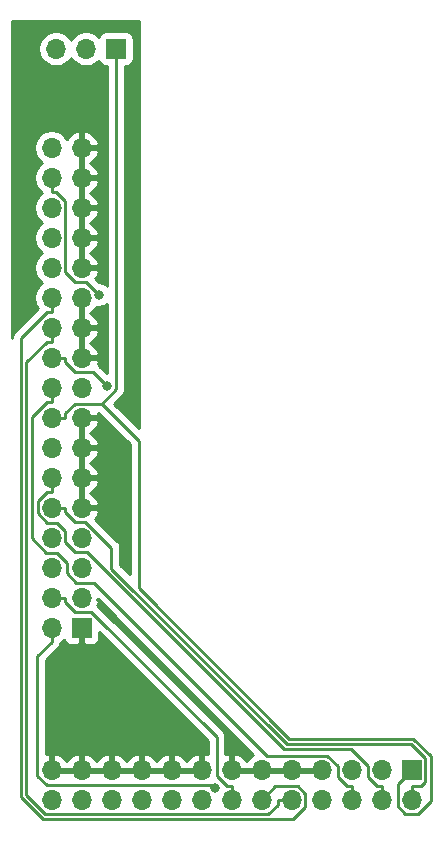
<source format=gbr>
%TF.GenerationSoftware,KiCad,Pcbnew,(5.1.7)-1*%
%TF.CreationDate,2021-07-10T10:13:49+01:00*%
%TF.ProjectId,Apricot-Floppy-Converter,41707269-636f-4742-9d46-6c6f7070792d,rev?*%
%TF.SameCoordinates,Original*%
%TF.FileFunction,Copper,L2,Bot*%
%TF.FilePolarity,Positive*%
%FSLAX46Y46*%
G04 Gerber Fmt 4.6, Leading zero omitted, Abs format (unit mm)*
G04 Created by KiCad (PCBNEW (5.1.7)-1) date 2021-07-10 10:13:49*
%MOMM*%
%LPD*%
G01*
G04 APERTURE LIST*
%TA.AperFunction,ComponentPad*%
%ADD10O,1.700000X1.700000*%
%TD*%
%TA.AperFunction,ComponentPad*%
%ADD11R,1.700000X1.700000*%
%TD*%
%TA.AperFunction,ViaPad*%
%ADD12C,0.800000*%
%TD*%
%TA.AperFunction,Conductor*%
%ADD13C,0.250000*%
%TD*%
%TA.AperFunction,Conductor*%
%ADD14C,0.254000*%
%TD*%
%TA.AperFunction,Conductor*%
%ADD15C,0.100000*%
%TD*%
G04 APERTURE END LIST*
D10*
%TO.P,J3,3*%
%TO.N,Net-(J3-Pad3)*%
X137732000Y-79184500D03*
%TO.P,J3,2*%
%TO.N,Drive-Select-0*%
X140272000Y-79184500D03*
D11*
%TO.P,J3,1*%
%TO.N,Motor-Enable*%
X142812000Y-79184500D03*
%TD*%
D10*
%TO.P,J2,34*%
%TO.N,Ready*%
X137350000Y-87566000D03*
%TO.P,J2,33*%
%TO.N,GND*%
X139890000Y-87566000D03*
%TO.P,J2,32*%
%TO.N,Head-Select*%
X137350000Y-90106000D03*
%TO.P,J2,31*%
%TO.N,GND*%
X139890000Y-90106000D03*
%TO.P,J2,30*%
%TO.N,Read-Data*%
X137350000Y-92646000D03*
%TO.P,J2,29*%
%TO.N,GND*%
X139890000Y-92646000D03*
%TO.P,J2,28*%
%TO.N,Write-Protect*%
X137350000Y-95186000D03*
%TO.P,J2,27*%
%TO.N,GND*%
X139890000Y-95186000D03*
%TO.P,J2,26*%
%TO.N,Track-Zero*%
X137350000Y-97726000D03*
%TO.P,J2,25*%
%TO.N,GND*%
X139890000Y-97726000D03*
%TO.P,J2,24*%
%TO.N,Write-Enable*%
X137350000Y-100266000D03*
%TO.P,J2,23*%
%TO.N,GND*%
X139890000Y-100266000D03*
%TO.P,J2,22*%
%TO.N,Write-Data*%
X137350000Y-102806000D03*
%TO.P,J2,21*%
%TO.N,GND*%
X139890000Y-102806000D03*
%TO.P,J2,20*%
%TO.N,Step*%
X137350000Y-105346000D03*
%TO.P,J2,19*%
%TO.N,GND*%
X139890000Y-105346000D03*
%TO.P,J2,18*%
%TO.N,Direction*%
X137350000Y-107886000D03*
%TO.P,J2,17*%
%TO.N,GND*%
X139890000Y-107886000D03*
%TO.P,J2,16*%
%TO.N,Motor-Enable*%
X137350000Y-110426000D03*
%TO.P,J2,15*%
%TO.N,GND*%
X139890000Y-110426000D03*
%TO.P,J2,14*%
%TO.N,Net-(J2-Pad14)*%
X137350000Y-112966000D03*
%TO.P,J2,13*%
%TO.N,GND*%
X139890000Y-112966000D03*
%TO.P,J2,12*%
%TO.N,Drive-Select-1*%
X137350000Y-115506000D03*
%TO.P,J2,11*%
%TO.N,GND*%
X139890000Y-115506000D03*
%TO.P,J2,10*%
%TO.N,Drive-Select-0*%
X137350000Y-118046000D03*
%TO.P,J2,9*%
%TO.N,GND*%
X139890000Y-118046000D03*
%TO.P,J2,8*%
%TO.N,Index*%
X137350000Y-120586000D03*
%TO.P,J2,7*%
%TO.N,GND*%
X139890000Y-120586000D03*
%TO.P,J2,6*%
%TO.N,Net-(J2-Pad6)*%
X137350000Y-123126000D03*
%TO.P,J2,5*%
%TO.N,GND*%
X139890000Y-123126000D03*
%TO.P,J2,4*%
%TO.N,Head-Load*%
X137350000Y-125666000D03*
%TO.P,J2,3*%
%TO.N,GND*%
X139890000Y-125666000D03*
%TO.P,J2,2*%
%TO.N,Density*%
X137350000Y-128206000D03*
D11*
%TO.P,J2,1*%
%TO.N,GND*%
X139890000Y-128206000D03*
%TD*%
D10*
%TO.P,J1,26*%
%TO.N,Ready*%
X137350000Y-142812000D03*
%TO.P,J1,25*%
%TO.N,GND*%
X137350000Y-140272000D03*
%TO.P,J1,24*%
%TO.N,Read-Data*%
X139890000Y-142812000D03*
%TO.P,J1,23*%
%TO.N,GND*%
X139890000Y-140272000D03*
%TO.P,J1,22*%
%TO.N,Write-Protect*%
X142430000Y-142812000D03*
%TO.P,J1,21*%
%TO.N,GND*%
X142430000Y-140272000D03*
%TO.P,J1,20*%
%TO.N,Track-Zero*%
X144970000Y-142812000D03*
%TO.P,J1,19*%
%TO.N,GND*%
X144970000Y-140272000D03*
%TO.P,J1,18*%
%TO.N,Index*%
X147510000Y-142812000D03*
%TO.P,J1,17*%
%TO.N,GND*%
X147510000Y-140272000D03*
%TO.P,J1,16*%
%TO.N,Head-Select*%
X150050000Y-142812000D03*
%TO.P,J1,15*%
%TO.N,GND*%
X150050000Y-140272000D03*
%TO.P,J1,14*%
%TO.N,Head-Load*%
X152590000Y-142812000D03*
%TO.P,J1,13*%
%TO.N,GND*%
X152590000Y-140272000D03*
%TO.P,J1,12*%
%TO.N,Write-Enable*%
X155130000Y-142812000D03*
%TO.P,J1,11*%
%TO.N,GND*%
X155130000Y-140272000D03*
%TO.P,J1,10*%
%TO.N,Write-Data*%
X157670000Y-142812000D03*
%TO.P,J1,9*%
%TO.N,GND*%
X157670000Y-140272000D03*
%TO.P,J1,8*%
%TO.N,Step*%
X160210000Y-142812000D03*
%TO.P,J1,7*%
%TO.N,GND*%
X160210000Y-140272000D03*
%TO.P,J1,6*%
%TO.N,Direction*%
X162750000Y-142812000D03*
%TO.P,J1,5*%
%TO.N,Net-(J1-Pad5)*%
X162750000Y-140272000D03*
%TO.P,J1,4*%
%TO.N,Drive-Select-1*%
X165290000Y-142812000D03*
%TO.P,J1,3*%
%TO.N,Density*%
X165290000Y-140272000D03*
%TO.P,J1,2*%
%TO.N,Drive-Select-0*%
X167830000Y-142812000D03*
D11*
%TO.P,J1,1*%
%TO.N,Motor-Enable*%
X167830000Y-140272000D03*
%TD*%
D12*
%TO.N,GND*%
X142494000Y-137922000D03*
X147383500Y-137160000D03*
X152781000Y-138049000D03*
X139128500Y-137033000D03*
X143383000Y-113030000D03*
X144399000Y-103251000D03*
X135699500Y-91503500D03*
X134874000Y-77914500D03*
X144145000Y-82931000D03*
%TO.N,Head-Select*%
X141348200Y-100012200D03*
%TO.N,Step*%
X142037400Y-107711300D03*
%TO.N,Density*%
X151225400Y-141814200D03*
%TD*%
D13*
%TO.N,GND*%
X139890000Y-140272000D02*
X138525300Y-140272000D01*
X139890000Y-140272000D02*
X139890000Y-128206000D01*
X137350000Y-140272000D02*
X138525300Y-140272000D01*
X139890000Y-118046000D02*
X139890000Y-115506000D01*
X142430000Y-140272000D02*
X139890000Y-140272000D01*
X144970000Y-140272000D02*
X142430000Y-140272000D01*
X147510000Y-140272000D02*
X144970000Y-140272000D01*
X150050000Y-140272000D02*
X147510000Y-140272000D01*
X155130000Y-140272000D02*
X152590000Y-140272000D01*
%TO.N,Head-Select*%
X137350000Y-91281300D02*
X137717400Y-91281300D01*
X137717400Y-91281300D02*
X138525300Y-92089200D01*
X138525300Y-92089200D02*
X138525300Y-98099200D01*
X138525300Y-98099200D02*
X139327500Y-98901400D01*
X139327500Y-98901400D02*
X140237400Y-98901400D01*
X140237400Y-98901400D02*
X141348200Y-100012200D01*
X137350000Y-90106000D02*
X137350000Y-91281300D01*
%TO.N,Head-Load*%
X137350000Y-125666000D02*
X138525300Y-125666000D01*
X152590000Y-142812000D02*
X152590000Y-141636700D01*
X152590000Y-141636700D02*
X152229400Y-141636700D01*
X152229400Y-141636700D02*
X151320000Y-140727300D01*
X151320000Y-140727300D02*
X151320000Y-137457900D01*
X151320000Y-137457900D02*
X140703400Y-126841300D01*
X140703400Y-126841300D02*
X139333200Y-126841300D01*
X139333200Y-126841300D02*
X138525300Y-126033400D01*
X138525300Y-126033400D02*
X138525300Y-125666000D01*
%TO.N,Write-Enable*%
X137350000Y-100266000D02*
X137350000Y-101441300D01*
X155130000Y-142812000D02*
X156305400Y-141636600D01*
X156305400Y-141636600D02*
X158195600Y-141636600D01*
X158195600Y-141636600D02*
X158850200Y-142291200D01*
X158850200Y-142291200D02*
X158850200Y-143358500D01*
X158850200Y-143358500D02*
X157764100Y-144444600D01*
X157764100Y-144444600D02*
X136645100Y-144444600D01*
X136645100Y-144444600D02*
X134773500Y-142573000D01*
X134773500Y-142573000D02*
X134773500Y-103650500D01*
X134773500Y-103650500D02*
X136982700Y-101441300D01*
X136982700Y-101441300D02*
X137350000Y-101441300D01*
%TO.N,Write-Data*%
X137350000Y-102806000D02*
X137350000Y-103981300D01*
X157670000Y-142812000D02*
X156494700Y-142812000D01*
X156494700Y-142812000D02*
X156494700Y-143179300D01*
X156494700Y-143179300D02*
X155679800Y-143994200D01*
X155679800Y-143994200D02*
X136831600Y-143994200D01*
X136831600Y-143994200D02*
X135226700Y-142389300D01*
X135226700Y-142389300D02*
X135226700Y-105737300D01*
X135226700Y-105737300D02*
X136982700Y-103981300D01*
X136982700Y-103981300D02*
X137350000Y-103981300D01*
%TO.N,Step*%
X137350000Y-105346000D02*
X138525300Y-105346000D01*
X142037400Y-107711300D02*
X140847400Y-106521300D01*
X140847400Y-106521300D02*
X139333200Y-106521300D01*
X139333200Y-106521300D02*
X138525300Y-105713400D01*
X138525300Y-105713400D02*
X138525300Y-105346000D01*
%TO.N,Direction*%
X137350000Y-107886000D02*
X137350000Y-109061300D01*
X162750000Y-142812000D02*
X162750000Y-141636700D01*
X162750000Y-141636700D02*
X162382600Y-141636700D01*
X162382600Y-141636700D02*
X161574700Y-140828800D01*
X161574700Y-140828800D02*
X161574700Y-139955400D01*
X161574700Y-139955400D02*
X160700100Y-139080800D01*
X160700100Y-139080800D02*
X155613200Y-139080800D01*
X155613200Y-139080800D02*
X140928400Y-124396000D01*
X140928400Y-124396000D02*
X139461100Y-124396000D01*
X139461100Y-124396000D02*
X138620000Y-123554900D01*
X138620000Y-123554900D02*
X138620000Y-122713600D01*
X138620000Y-122713600D02*
X137799300Y-121892900D01*
X137799300Y-121892900D02*
X136925200Y-121892900D01*
X136925200Y-121892900D02*
X135684600Y-120652300D01*
X135684600Y-120652300D02*
X135684600Y-110359400D01*
X135684600Y-110359400D02*
X136982700Y-109061300D01*
X136982700Y-109061300D02*
X137350000Y-109061300D01*
%TO.N,Drive-Select-1*%
X137350000Y-116681300D02*
X136982600Y-116681300D01*
X136982600Y-116681300D02*
X136174700Y-117489200D01*
X136174700Y-117489200D02*
X136174700Y-118535000D01*
X136174700Y-118535000D02*
X136957700Y-119318000D01*
X136957700Y-119318000D02*
X137839500Y-119318000D01*
X137839500Y-119318000D02*
X138525300Y-120003800D01*
X138525300Y-120003800D02*
X138525300Y-120960400D01*
X138525300Y-120960400D02*
X139326300Y-121761400D01*
X139326300Y-121761400D02*
X140320000Y-121761400D01*
X140320000Y-121761400D02*
X157067300Y-138508700D01*
X157067300Y-138508700D02*
X162668000Y-138508700D01*
X162668000Y-138508700D02*
X164114700Y-139955400D01*
X164114700Y-139955400D02*
X164114700Y-140828800D01*
X164114700Y-140828800D02*
X164922600Y-141636700D01*
X164922600Y-141636700D02*
X165290000Y-141636700D01*
X165290000Y-142812000D02*
X165290000Y-141636700D01*
X137350000Y-115506000D02*
X137350000Y-116681300D01*
%TO.N,Density*%
X137350000Y-128206000D02*
X137350000Y-129381300D01*
X137350000Y-129381300D02*
X136130100Y-130601200D01*
X136130100Y-130601200D02*
X136130100Y-140722200D01*
X136130100Y-140722200D02*
X136949900Y-141542000D01*
X136949900Y-141542000D02*
X150953200Y-141542000D01*
X150953200Y-141542000D02*
X151225400Y-141814200D01*
%TO.N,Drive-Select-0*%
X138525300Y-118046000D02*
X138525300Y-118413400D01*
X138525300Y-118413400D02*
X139333200Y-119221300D01*
X139333200Y-119221300D02*
X140191900Y-119221300D01*
X140191900Y-119221300D02*
X142416900Y-121446300D01*
X142416900Y-121446300D02*
X142416900Y-123221400D01*
X142416900Y-123221400D02*
X157253800Y-138058300D01*
X157253800Y-138058300D02*
X167808300Y-138058300D01*
X167808300Y-138058300D02*
X169005400Y-139255400D01*
X169005400Y-139255400D02*
X169005400Y-141269300D01*
X169005400Y-141269300D02*
X168638000Y-141636700D01*
X168638000Y-141636700D02*
X167830000Y-141636700D01*
X137350000Y-118046000D02*
X138525300Y-118046000D01*
X167830000Y-142812000D02*
X167830000Y-141636700D01*
%TO.N,Motor-Enable*%
X141589000Y-109234400D02*
X142812000Y-108011400D01*
X142812000Y-108011400D02*
X142812000Y-80359800D01*
X138525300Y-110426000D02*
X138525300Y-110058700D01*
X138525300Y-110058700D02*
X139349600Y-109234400D01*
X139349600Y-109234400D02*
X141589000Y-109234400D01*
X167830000Y-140272000D02*
X166652000Y-141450000D01*
X166652000Y-141450000D02*
X166652000Y-143343700D01*
X166652000Y-143343700D02*
X167296700Y-143988400D01*
X167296700Y-143988400D02*
X168402900Y-143988400D01*
X168402900Y-143988400D02*
X169487500Y-142903800D01*
X169487500Y-142903800D02*
X169487500Y-139100600D01*
X169487500Y-139100600D02*
X167994800Y-137607900D01*
X167994800Y-137607900D02*
X157440300Y-137607900D01*
X157440300Y-137607900D02*
X144718800Y-124886400D01*
X144718800Y-124886400D02*
X144718800Y-112364200D01*
X144718800Y-112364200D02*
X141589000Y-109234400D01*
X137350000Y-110426000D02*
X138525300Y-110426000D01*
X142812000Y-79184500D02*
X142812000Y-80359800D01*
%TD*%
D14*
%TO.N,GND*%
X140017000Y-128079000D02*
X140037000Y-128079000D01*
X140037000Y-128333000D01*
X140017000Y-128333000D01*
X140017000Y-129532250D01*
X140175750Y-129691000D01*
X140740000Y-129694072D01*
X140864482Y-129681812D01*
X140984180Y-129645502D01*
X141094494Y-129586537D01*
X141191185Y-129507185D01*
X141270537Y-129410494D01*
X141329502Y-129300180D01*
X141365812Y-129180482D01*
X141378072Y-129056000D01*
X141375525Y-128588226D01*
X150560001Y-137772703D01*
X150560001Y-138877986D01*
X150554099Y-138875175D01*
X150406890Y-138830524D01*
X150177000Y-138951845D01*
X150177000Y-140145000D01*
X150197000Y-140145000D01*
X150197000Y-140399000D01*
X150177000Y-140399000D01*
X150177000Y-140419000D01*
X149923000Y-140419000D01*
X149923000Y-140399000D01*
X147637000Y-140399000D01*
X147637000Y-140419000D01*
X147383000Y-140419000D01*
X147383000Y-140399000D01*
X145097000Y-140399000D01*
X145097000Y-140419000D01*
X144843000Y-140419000D01*
X144843000Y-140399000D01*
X142557000Y-140399000D01*
X142557000Y-140419000D01*
X142303000Y-140419000D01*
X142303000Y-140399000D01*
X140017000Y-140399000D01*
X140017000Y-140419000D01*
X139763000Y-140419000D01*
X139763000Y-140399000D01*
X137477000Y-140399000D01*
X137477000Y-140419000D01*
X137223000Y-140419000D01*
X137223000Y-140399000D01*
X137203000Y-140399000D01*
X137203000Y-140145000D01*
X137223000Y-140145000D01*
X137223000Y-138951845D01*
X137477000Y-138951845D01*
X137477000Y-140145000D01*
X139763000Y-140145000D01*
X139763000Y-138951845D01*
X140017000Y-138951845D01*
X140017000Y-140145000D01*
X142303000Y-140145000D01*
X142303000Y-138951845D01*
X142557000Y-138951845D01*
X142557000Y-140145000D01*
X144843000Y-140145000D01*
X144843000Y-138951845D01*
X145097000Y-138951845D01*
X145097000Y-140145000D01*
X147383000Y-140145000D01*
X147383000Y-138951845D01*
X147637000Y-138951845D01*
X147637000Y-140145000D01*
X149923000Y-140145000D01*
X149923000Y-138951845D01*
X149693110Y-138830524D01*
X149545901Y-138875175D01*
X149283080Y-139000359D01*
X149049731Y-139174412D01*
X148854822Y-139390645D01*
X148780000Y-139516255D01*
X148705178Y-139390645D01*
X148510269Y-139174412D01*
X148276920Y-139000359D01*
X148014099Y-138875175D01*
X147866890Y-138830524D01*
X147637000Y-138951845D01*
X147383000Y-138951845D01*
X147153110Y-138830524D01*
X147005901Y-138875175D01*
X146743080Y-139000359D01*
X146509731Y-139174412D01*
X146314822Y-139390645D01*
X146240000Y-139516255D01*
X146165178Y-139390645D01*
X145970269Y-139174412D01*
X145736920Y-139000359D01*
X145474099Y-138875175D01*
X145326890Y-138830524D01*
X145097000Y-138951845D01*
X144843000Y-138951845D01*
X144613110Y-138830524D01*
X144465901Y-138875175D01*
X144203080Y-139000359D01*
X143969731Y-139174412D01*
X143774822Y-139390645D01*
X143700000Y-139516255D01*
X143625178Y-139390645D01*
X143430269Y-139174412D01*
X143196920Y-139000359D01*
X142934099Y-138875175D01*
X142786890Y-138830524D01*
X142557000Y-138951845D01*
X142303000Y-138951845D01*
X142073110Y-138830524D01*
X141925901Y-138875175D01*
X141663080Y-139000359D01*
X141429731Y-139174412D01*
X141234822Y-139390645D01*
X141160000Y-139516255D01*
X141085178Y-139390645D01*
X140890269Y-139174412D01*
X140656920Y-139000359D01*
X140394099Y-138875175D01*
X140246890Y-138830524D01*
X140017000Y-138951845D01*
X139763000Y-138951845D01*
X139533110Y-138830524D01*
X139385901Y-138875175D01*
X139123080Y-139000359D01*
X138889731Y-139174412D01*
X138694822Y-139390645D01*
X138620000Y-139516255D01*
X138545178Y-139390645D01*
X138350269Y-139174412D01*
X138116920Y-139000359D01*
X137854099Y-138875175D01*
X137706890Y-138830524D01*
X137477000Y-138951845D01*
X137223000Y-138951845D01*
X136993110Y-138830524D01*
X136890100Y-138861769D01*
X136890100Y-130916001D01*
X137861003Y-129945099D01*
X137890001Y-129921301D01*
X137916332Y-129889217D01*
X137984974Y-129805577D01*
X138055546Y-129673547D01*
X138067563Y-129633932D01*
X138099003Y-129530286D01*
X138103089Y-129488796D01*
X138296632Y-129359475D01*
X138428487Y-129227620D01*
X138450498Y-129300180D01*
X138509463Y-129410494D01*
X138588815Y-129507185D01*
X138685506Y-129586537D01*
X138795820Y-129645502D01*
X138915518Y-129681812D01*
X139040000Y-129694072D01*
X139604250Y-129691000D01*
X139763000Y-129532250D01*
X139763000Y-128333000D01*
X139743000Y-128333000D01*
X139743000Y-128079000D01*
X139763000Y-128079000D01*
X139763000Y-128059000D01*
X140017000Y-128059000D01*
X140017000Y-128079000D01*
%TA.AperFunction,Conductor*%
D15*
G36*
X140017000Y-128079000D02*
G01*
X140037000Y-128079000D01*
X140037000Y-128333000D01*
X140017000Y-128333000D01*
X140017000Y-129532250D01*
X140175750Y-129691000D01*
X140740000Y-129694072D01*
X140864482Y-129681812D01*
X140984180Y-129645502D01*
X141094494Y-129586537D01*
X141191185Y-129507185D01*
X141270537Y-129410494D01*
X141329502Y-129300180D01*
X141365812Y-129180482D01*
X141378072Y-129056000D01*
X141375525Y-128588226D01*
X150560001Y-137772703D01*
X150560001Y-138877986D01*
X150554099Y-138875175D01*
X150406890Y-138830524D01*
X150177000Y-138951845D01*
X150177000Y-140145000D01*
X150197000Y-140145000D01*
X150197000Y-140399000D01*
X150177000Y-140399000D01*
X150177000Y-140419000D01*
X149923000Y-140419000D01*
X149923000Y-140399000D01*
X147637000Y-140399000D01*
X147637000Y-140419000D01*
X147383000Y-140419000D01*
X147383000Y-140399000D01*
X145097000Y-140399000D01*
X145097000Y-140419000D01*
X144843000Y-140419000D01*
X144843000Y-140399000D01*
X142557000Y-140399000D01*
X142557000Y-140419000D01*
X142303000Y-140419000D01*
X142303000Y-140399000D01*
X140017000Y-140399000D01*
X140017000Y-140419000D01*
X139763000Y-140419000D01*
X139763000Y-140399000D01*
X137477000Y-140399000D01*
X137477000Y-140419000D01*
X137223000Y-140419000D01*
X137223000Y-140399000D01*
X137203000Y-140399000D01*
X137203000Y-140145000D01*
X137223000Y-140145000D01*
X137223000Y-138951845D01*
X137477000Y-138951845D01*
X137477000Y-140145000D01*
X139763000Y-140145000D01*
X139763000Y-138951845D01*
X140017000Y-138951845D01*
X140017000Y-140145000D01*
X142303000Y-140145000D01*
X142303000Y-138951845D01*
X142557000Y-138951845D01*
X142557000Y-140145000D01*
X144843000Y-140145000D01*
X144843000Y-138951845D01*
X145097000Y-138951845D01*
X145097000Y-140145000D01*
X147383000Y-140145000D01*
X147383000Y-138951845D01*
X147637000Y-138951845D01*
X147637000Y-140145000D01*
X149923000Y-140145000D01*
X149923000Y-138951845D01*
X149693110Y-138830524D01*
X149545901Y-138875175D01*
X149283080Y-139000359D01*
X149049731Y-139174412D01*
X148854822Y-139390645D01*
X148780000Y-139516255D01*
X148705178Y-139390645D01*
X148510269Y-139174412D01*
X148276920Y-139000359D01*
X148014099Y-138875175D01*
X147866890Y-138830524D01*
X147637000Y-138951845D01*
X147383000Y-138951845D01*
X147153110Y-138830524D01*
X147005901Y-138875175D01*
X146743080Y-139000359D01*
X146509731Y-139174412D01*
X146314822Y-139390645D01*
X146240000Y-139516255D01*
X146165178Y-139390645D01*
X145970269Y-139174412D01*
X145736920Y-139000359D01*
X145474099Y-138875175D01*
X145326890Y-138830524D01*
X145097000Y-138951845D01*
X144843000Y-138951845D01*
X144613110Y-138830524D01*
X144465901Y-138875175D01*
X144203080Y-139000359D01*
X143969731Y-139174412D01*
X143774822Y-139390645D01*
X143700000Y-139516255D01*
X143625178Y-139390645D01*
X143430269Y-139174412D01*
X143196920Y-139000359D01*
X142934099Y-138875175D01*
X142786890Y-138830524D01*
X142557000Y-138951845D01*
X142303000Y-138951845D01*
X142073110Y-138830524D01*
X141925901Y-138875175D01*
X141663080Y-139000359D01*
X141429731Y-139174412D01*
X141234822Y-139390645D01*
X141160000Y-139516255D01*
X141085178Y-139390645D01*
X140890269Y-139174412D01*
X140656920Y-139000359D01*
X140394099Y-138875175D01*
X140246890Y-138830524D01*
X140017000Y-138951845D01*
X139763000Y-138951845D01*
X139533110Y-138830524D01*
X139385901Y-138875175D01*
X139123080Y-139000359D01*
X138889731Y-139174412D01*
X138694822Y-139390645D01*
X138620000Y-139516255D01*
X138545178Y-139390645D01*
X138350269Y-139174412D01*
X138116920Y-139000359D01*
X137854099Y-138875175D01*
X137706890Y-138830524D01*
X137477000Y-138951845D01*
X137223000Y-138951845D01*
X136993110Y-138830524D01*
X136890100Y-138861769D01*
X136890100Y-130916001D01*
X137861003Y-129945099D01*
X137890001Y-129921301D01*
X137916332Y-129889217D01*
X137984974Y-129805577D01*
X138055546Y-129673547D01*
X138067563Y-129633932D01*
X138099003Y-129530286D01*
X138103089Y-129488796D01*
X138296632Y-129359475D01*
X138428487Y-129227620D01*
X138450498Y-129300180D01*
X138509463Y-129410494D01*
X138588815Y-129507185D01*
X138685506Y-129586537D01*
X138795820Y-129645502D01*
X138915518Y-129681812D01*
X139040000Y-129694072D01*
X139604250Y-129691000D01*
X139763000Y-129532250D01*
X139763000Y-128333000D01*
X139743000Y-128333000D01*
X139743000Y-128079000D01*
X139763000Y-128079000D01*
X139763000Y-128059000D01*
X140017000Y-128059000D01*
X140017000Y-128079000D01*
G37*
%TD.AperFunction*%
D14*
X154427346Y-138969748D02*
X154363080Y-139000359D01*
X154129731Y-139174412D01*
X153934822Y-139390645D01*
X153860000Y-139516255D01*
X153785178Y-139390645D01*
X153590269Y-139174412D01*
X153356920Y-139000359D01*
X153094099Y-138875175D01*
X152946890Y-138830524D01*
X152717000Y-138951845D01*
X152717000Y-140145000D01*
X155003000Y-140145000D01*
X155003000Y-140125000D01*
X155257000Y-140125000D01*
X155257000Y-140145000D01*
X157543000Y-140145000D01*
X157543000Y-140125000D01*
X157797000Y-140125000D01*
X157797000Y-140145000D01*
X160083000Y-140145000D01*
X160083000Y-140125000D01*
X160337000Y-140125000D01*
X160337000Y-140145000D01*
X160357000Y-140145000D01*
X160357000Y-140399000D01*
X160337000Y-140399000D01*
X160337000Y-140419000D01*
X160083000Y-140419000D01*
X160083000Y-140399000D01*
X157797000Y-140399000D01*
X157797000Y-140419000D01*
X157543000Y-140419000D01*
X157543000Y-140399000D01*
X155257000Y-140399000D01*
X155257000Y-140419000D01*
X155003000Y-140419000D01*
X155003000Y-140399000D01*
X152717000Y-140399000D01*
X152717000Y-140419000D01*
X152463000Y-140419000D01*
X152463000Y-140399000D01*
X152443000Y-140399000D01*
X152443000Y-140145000D01*
X152463000Y-140145000D01*
X152463000Y-138951845D01*
X152233110Y-138830524D01*
X152085901Y-138875175D01*
X152080000Y-138877986D01*
X152080000Y-137495225D01*
X152083676Y-137457900D01*
X152080000Y-137420575D01*
X152080000Y-137420567D01*
X152069003Y-137308914D01*
X152025546Y-137165653D01*
X151954974Y-137033624D01*
X151860001Y-136917899D01*
X151831003Y-136894101D01*
X141267204Y-126330303D01*
X141243401Y-126301299D01*
X141229692Y-126290048D01*
X141286825Y-126170099D01*
X141331476Y-126022890D01*
X141210156Y-125793002D01*
X141250601Y-125793002D01*
X154427346Y-138969748D01*
%TA.AperFunction,Conductor*%
D15*
G36*
X154427346Y-138969748D02*
G01*
X154363080Y-139000359D01*
X154129731Y-139174412D01*
X153934822Y-139390645D01*
X153860000Y-139516255D01*
X153785178Y-139390645D01*
X153590269Y-139174412D01*
X153356920Y-139000359D01*
X153094099Y-138875175D01*
X152946890Y-138830524D01*
X152717000Y-138951845D01*
X152717000Y-140145000D01*
X155003000Y-140145000D01*
X155003000Y-140125000D01*
X155257000Y-140125000D01*
X155257000Y-140145000D01*
X157543000Y-140145000D01*
X157543000Y-140125000D01*
X157797000Y-140125000D01*
X157797000Y-140145000D01*
X160083000Y-140145000D01*
X160083000Y-140125000D01*
X160337000Y-140125000D01*
X160337000Y-140145000D01*
X160357000Y-140145000D01*
X160357000Y-140399000D01*
X160337000Y-140399000D01*
X160337000Y-140419000D01*
X160083000Y-140419000D01*
X160083000Y-140399000D01*
X157797000Y-140399000D01*
X157797000Y-140419000D01*
X157543000Y-140419000D01*
X157543000Y-140399000D01*
X155257000Y-140399000D01*
X155257000Y-140419000D01*
X155003000Y-140419000D01*
X155003000Y-140399000D01*
X152717000Y-140399000D01*
X152717000Y-140419000D01*
X152463000Y-140419000D01*
X152463000Y-140399000D01*
X152443000Y-140399000D01*
X152443000Y-140145000D01*
X152463000Y-140145000D01*
X152463000Y-138951845D01*
X152233110Y-138830524D01*
X152085901Y-138875175D01*
X152080000Y-138877986D01*
X152080000Y-137495225D01*
X152083676Y-137457900D01*
X152080000Y-137420575D01*
X152080000Y-137420567D01*
X152069003Y-137308914D01*
X152025546Y-137165653D01*
X151954974Y-137033624D01*
X151860001Y-136917899D01*
X151831003Y-136894101D01*
X141267204Y-126330303D01*
X141243401Y-126301299D01*
X141229692Y-126290048D01*
X141286825Y-126170099D01*
X141331476Y-126022890D01*
X141210156Y-125793002D01*
X141250601Y-125793002D01*
X154427346Y-138969748D01*
G37*
%TD.AperFunction*%
D14*
X140017000Y-125539000D02*
X140037000Y-125539000D01*
X140037000Y-125793000D01*
X140017000Y-125793000D01*
X140017000Y-125813000D01*
X139763000Y-125813000D01*
X139763000Y-125793000D01*
X139743000Y-125793000D01*
X139743000Y-125539000D01*
X139763000Y-125539000D01*
X139763000Y-125519000D01*
X140017000Y-125519000D01*
X140017000Y-125539000D01*
%TA.AperFunction,Conductor*%
D15*
G36*
X140017000Y-125539000D02*
G01*
X140037000Y-125539000D01*
X140037000Y-125793000D01*
X140017000Y-125793000D01*
X140017000Y-125813000D01*
X139763000Y-125813000D01*
X139763000Y-125793000D01*
X139743000Y-125793000D01*
X139743000Y-125539000D01*
X139763000Y-125539000D01*
X139763000Y-125519000D01*
X140017000Y-125519000D01*
X140017000Y-125539000D01*
G37*
%TD.AperFunction*%
D14*
X143958801Y-112679003D02*
X143958800Y-123688499D01*
X143176900Y-122906599D01*
X143176900Y-121483622D01*
X143180576Y-121446299D01*
X143176900Y-121408976D01*
X143176900Y-121408967D01*
X143165903Y-121297314D01*
X143122446Y-121154053D01*
X143051874Y-121022024D01*
X142956901Y-120906299D01*
X142927904Y-120882502D01*
X141032055Y-118986654D01*
X141161641Y-118812920D01*
X141286825Y-118550099D01*
X141331476Y-118402890D01*
X141210155Y-118173000D01*
X140017000Y-118173000D01*
X140017000Y-118193000D01*
X139763000Y-118193000D01*
X139763000Y-118173000D01*
X139743000Y-118173000D01*
X139743000Y-117919000D01*
X139763000Y-117919000D01*
X139763000Y-115633000D01*
X140017000Y-115633000D01*
X140017000Y-117919000D01*
X141210155Y-117919000D01*
X141331476Y-117689110D01*
X141286825Y-117541901D01*
X141161641Y-117279080D01*
X140987588Y-117045731D01*
X140771355Y-116850822D01*
X140645745Y-116776000D01*
X140771355Y-116701178D01*
X140987588Y-116506269D01*
X141161641Y-116272920D01*
X141286825Y-116010099D01*
X141331476Y-115862890D01*
X141210155Y-115633000D01*
X140017000Y-115633000D01*
X139763000Y-115633000D01*
X139743000Y-115633000D01*
X139743000Y-115379000D01*
X139763000Y-115379000D01*
X139763000Y-113093000D01*
X140017000Y-113093000D01*
X140017000Y-115379000D01*
X141210155Y-115379000D01*
X141331476Y-115149110D01*
X141286825Y-115001901D01*
X141161641Y-114739080D01*
X140987588Y-114505731D01*
X140771355Y-114310822D01*
X140645745Y-114236000D01*
X140771355Y-114161178D01*
X140987588Y-113966269D01*
X141161641Y-113732920D01*
X141286825Y-113470099D01*
X141331476Y-113322890D01*
X141210155Y-113093000D01*
X140017000Y-113093000D01*
X139763000Y-113093000D01*
X139743000Y-113093000D01*
X139743000Y-112839000D01*
X139763000Y-112839000D01*
X139763000Y-110553000D01*
X140017000Y-110553000D01*
X140017000Y-112839000D01*
X141210155Y-112839000D01*
X141331476Y-112609110D01*
X141286825Y-112461901D01*
X141161641Y-112199080D01*
X140987588Y-111965731D01*
X140771355Y-111770822D01*
X140645745Y-111696000D01*
X140771355Y-111621178D01*
X140987588Y-111426269D01*
X141161641Y-111192920D01*
X141286825Y-110930099D01*
X141331476Y-110782890D01*
X141210155Y-110553000D01*
X140017000Y-110553000D01*
X139763000Y-110553000D01*
X139743000Y-110553000D01*
X139743000Y-110299000D01*
X139763000Y-110299000D01*
X139763000Y-110279000D01*
X140017000Y-110279000D01*
X140017000Y-110299000D01*
X141210155Y-110299000D01*
X141331476Y-110069110D01*
X141323886Y-110044087D01*
X143958801Y-112679003D01*
%TA.AperFunction,Conductor*%
D15*
G36*
X143958801Y-112679003D02*
G01*
X143958800Y-123688499D01*
X143176900Y-122906599D01*
X143176900Y-121483622D01*
X143180576Y-121446299D01*
X143176900Y-121408976D01*
X143176900Y-121408967D01*
X143165903Y-121297314D01*
X143122446Y-121154053D01*
X143051874Y-121022024D01*
X142956901Y-120906299D01*
X142927904Y-120882502D01*
X141032055Y-118986654D01*
X141161641Y-118812920D01*
X141286825Y-118550099D01*
X141331476Y-118402890D01*
X141210155Y-118173000D01*
X140017000Y-118173000D01*
X140017000Y-118193000D01*
X139763000Y-118193000D01*
X139763000Y-118173000D01*
X139743000Y-118173000D01*
X139743000Y-117919000D01*
X139763000Y-117919000D01*
X139763000Y-115633000D01*
X140017000Y-115633000D01*
X140017000Y-117919000D01*
X141210155Y-117919000D01*
X141331476Y-117689110D01*
X141286825Y-117541901D01*
X141161641Y-117279080D01*
X140987588Y-117045731D01*
X140771355Y-116850822D01*
X140645745Y-116776000D01*
X140771355Y-116701178D01*
X140987588Y-116506269D01*
X141161641Y-116272920D01*
X141286825Y-116010099D01*
X141331476Y-115862890D01*
X141210155Y-115633000D01*
X140017000Y-115633000D01*
X139763000Y-115633000D01*
X139743000Y-115633000D01*
X139743000Y-115379000D01*
X139763000Y-115379000D01*
X139763000Y-113093000D01*
X140017000Y-113093000D01*
X140017000Y-115379000D01*
X141210155Y-115379000D01*
X141331476Y-115149110D01*
X141286825Y-115001901D01*
X141161641Y-114739080D01*
X140987588Y-114505731D01*
X140771355Y-114310822D01*
X140645745Y-114236000D01*
X140771355Y-114161178D01*
X140987588Y-113966269D01*
X141161641Y-113732920D01*
X141286825Y-113470099D01*
X141331476Y-113322890D01*
X141210155Y-113093000D01*
X140017000Y-113093000D01*
X139763000Y-113093000D01*
X139743000Y-113093000D01*
X139743000Y-112839000D01*
X139763000Y-112839000D01*
X139763000Y-110553000D01*
X140017000Y-110553000D01*
X140017000Y-112839000D01*
X141210155Y-112839000D01*
X141331476Y-112609110D01*
X141286825Y-112461901D01*
X141161641Y-112199080D01*
X140987588Y-111965731D01*
X140771355Y-111770822D01*
X140645745Y-111696000D01*
X140771355Y-111621178D01*
X140987588Y-111426269D01*
X141161641Y-111192920D01*
X141286825Y-110930099D01*
X141331476Y-110782890D01*
X141210155Y-110553000D01*
X140017000Y-110553000D01*
X139763000Y-110553000D01*
X139743000Y-110553000D01*
X139743000Y-110299000D01*
X139763000Y-110299000D01*
X139763000Y-110279000D01*
X140017000Y-110279000D01*
X140017000Y-110299000D01*
X141210155Y-110299000D01*
X141331476Y-110069110D01*
X141323886Y-110044087D01*
X143958801Y-112679003D01*
G37*
%TD.AperFunction*%
D14*
X140017000Y-122999000D02*
X140037000Y-122999000D01*
X140037000Y-123253000D01*
X140017000Y-123253000D01*
X140017000Y-123273000D01*
X139763000Y-123273000D01*
X139763000Y-123253000D01*
X139743000Y-123253000D01*
X139743000Y-122999000D01*
X139763000Y-122999000D01*
X139763000Y-122979000D01*
X140017000Y-122979000D01*
X140017000Y-122999000D01*
%TA.AperFunction,Conductor*%
D15*
G36*
X140017000Y-122999000D02*
G01*
X140037000Y-122999000D01*
X140037000Y-123253000D01*
X140017000Y-123253000D01*
X140017000Y-123273000D01*
X139763000Y-123273000D01*
X139763000Y-123253000D01*
X139743000Y-123253000D01*
X139743000Y-122999000D01*
X139763000Y-122999000D01*
X139763000Y-122979000D01*
X140017000Y-122979000D01*
X140017000Y-122999000D01*
G37*
%TD.AperFunction*%
D14*
X140017000Y-120459000D02*
X140037000Y-120459000D01*
X140037000Y-120713000D01*
X140017000Y-120713000D01*
X140017000Y-120733000D01*
X139763000Y-120733000D01*
X139763000Y-120713000D01*
X139743000Y-120713000D01*
X139743000Y-120459000D01*
X139763000Y-120459000D01*
X139763000Y-120439000D01*
X140017000Y-120439000D01*
X140017000Y-120459000D01*
%TA.AperFunction,Conductor*%
D15*
G36*
X140017000Y-120459000D02*
G01*
X140037000Y-120459000D01*
X140037000Y-120713000D01*
X140017000Y-120713000D01*
X140017000Y-120733000D01*
X139763000Y-120733000D01*
X139763000Y-120713000D01*
X139743000Y-120713000D01*
X139743000Y-120459000D01*
X139763000Y-120459000D01*
X139763000Y-120439000D01*
X140017000Y-120439000D01*
X140017000Y-120459000D01*
G37*
%TD.AperFunction*%
D14*
X144755000Y-111325598D02*
X142663801Y-109234400D01*
X143323004Y-108575198D01*
X143352001Y-108551401D01*
X143446974Y-108435676D01*
X143517546Y-108303647D01*
X143561003Y-108160386D01*
X143572000Y-108048733D01*
X143572000Y-108048724D01*
X143575676Y-108011401D01*
X143572000Y-107974078D01*
X143572000Y-80672572D01*
X143662000Y-80672572D01*
X143786482Y-80660312D01*
X143906180Y-80624002D01*
X144016494Y-80565037D01*
X144113185Y-80485685D01*
X144192537Y-80388994D01*
X144251502Y-80278680D01*
X144287812Y-80158982D01*
X144300072Y-80034500D01*
X144300072Y-78334500D01*
X144287812Y-78210018D01*
X144251502Y-78090320D01*
X144192537Y-77980006D01*
X144113185Y-77883315D01*
X144016494Y-77803963D01*
X143906180Y-77744998D01*
X143786482Y-77708688D01*
X143662000Y-77696428D01*
X141962000Y-77696428D01*
X141837518Y-77708688D01*
X141717820Y-77744998D01*
X141607506Y-77803963D01*
X141510815Y-77883315D01*
X141431463Y-77980006D01*
X141372498Y-78090320D01*
X141350487Y-78162880D01*
X141218632Y-78031025D01*
X140975411Y-77868510D01*
X140705158Y-77756568D01*
X140418260Y-77699500D01*
X140125740Y-77699500D01*
X139838842Y-77756568D01*
X139568589Y-77868510D01*
X139325368Y-78031025D01*
X139118525Y-78237868D01*
X139002000Y-78412260D01*
X138885475Y-78237868D01*
X138678632Y-78031025D01*
X138435411Y-77868510D01*
X138165158Y-77756568D01*
X137878260Y-77699500D01*
X137585740Y-77699500D01*
X137298842Y-77756568D01*
X137028589Y-77868510D01*
X136785368Y-78031025D01*
X136578525Y-78237868D01*
X136416010Y-78481089D01*
X136304068Y-78751342D01*
X136247000Y-79038240D01*
X136247000Y-79330760D01*
X136304068Y-79617658D01*
X136416010Y-79887911D01*
X136578525Y-80131132D01*
X136785368Y-80337975D01*
X137028589Y-80500490D01*
X137298842Y-80612432D01*
X137585740Y-80669500D01*
X137878260Y-80669500D01*
X138165158Y-80612432D01*
X138435411Y-80500490D01*
X138678632Y-80337975D01*
X138885475Y-80131132D01*
X139002000Y-79956740D01*
X139118525Y-80131132D01*
X139325368Y-80337975D01*
X139568589Y-80500490D01*
X139838842Y-80612432D01*
X140125740Y-80669500D01*
X140418260Y-80669500D01*
X140705158Y-80612432D01*
X140975411Y-80500490D01*
X141218632Y-80337975D01*
X141350487Y-80206120D01*
X141372498Y-80278680D01*
X141431463Y-80388994D01*
X141510815Y-80485685D01*
X141607506Y-80565037D01*
X141717820Y-80624002D01*
X141837518Y-80660312D01*
X141962000Y-80672572D01*
X142052001Y-80672572D01*
X142052000Y-99252289D01*
X142007974Y-99208263D01*
X141838456Y-99094995D01*
X141650098Y-99016974D01*
X141450139Y-98977200D01*
X141388002Y-98977200D01*
X141051451Y-98640649D01*
X141161641Y-98492920D01*
X141286825Y-98230099D01*
X141331476Y-98082890D01*
X141210155Y-97853000D01*
X140017000Y-97853000D01*
X140017000Y-97873000D01*
X139763000Y-97873000D01*
X139763000Y-97853000D01*
X139743000Y-97853000D01*
X139743000Y-97599000D01*
X139763000Y-97599000D01*
X139763000Y-95313000D01*
X140017000Y-95313000D01*
X140017000Y-97599000D01*
X141210155Y-97599000D01*
X141331476Y-97369110D01*
X141286825Y-97221901D01*
X141161641Y-96959080D01*
X140987588Y-96725731D01*
X140771355Y-96530822D01*
X140645745Y-96456000D01*
X140771355Y-96381178D01*
X140987588Y-96186269D01*
X141161641Y-95952920D01*
X141286825Y-95690099D01*
X141331476Y-95542890D01*
X141210155Y-95313000D01*
X140017000Y-95313000D01*
X139763000Y-95313000D01*
X139743000Y-95313000D01*
X139743000Y-95059000D01*
X139763000Y-95059000D01*
X139763000Y-92773000D01*
X140017000Y-92773000D01*
X140017000Y-95059000D01*
X141210155Y-95059000D01*
X141331476Y-94829110D01*
X141286825Y-94681901D01*
X141161641Y-94419080D01*
X140987588Y-94185731D01*
X140771355Y-93990822D01*
X140645745Y-93916000D01*
X140771355Y-93841178D01*
X140987588Y-93646269D01*
X141161641Y-93412920D01*
X141286825Y-93150099D01*
X141331476Y-93002890D01*
X141210155Y-92773000D01*
X140017000Y-92773000D01*
X139763000Y-92773000D01*
X139743000Y-92773000D01*
X139743000Y-92519000D01*
X139763000Y-92519000D01*
X139763000Y-90233000D01*
X140017000Y-90233000D01*
X140017000Y-92519000D01*
X141210155Y-92519000D01*
X141331476Y-92289110D01*
X141286825Y-92141901D01*
X141161641Y-91879080D01*
X140987588Y-91645731D01*
X140771355Y-91450822D01*
X140645745Y-91376000D01*
X140771355Y-91301178D01*
X140987588Y-91106269D01*
X141161641Y-90872920D01*
X141286825Y-90610099D01*
X141331476Y-90462890D01*
X141210155Y-90233000D01*
X140017000Y-90233000D01*
X139763000Y-90233000D01*
X139743000Y-90233000D01*
X139743000Y-89979000D01*
X139763000Y-89979000D01*
X139763000Y-87693000D01*
X140017000Y-87693000D01*
X140017000Y-89979000D01*
X141210155Y-89979000D01*
X141331476Y-89749110D01*
X141286825Y-89601901D01*
X141161641Y-89339080D01*
X140987588Y-89105731D01*
X140771355Y-88910822D01*
X140645745Y-88836000D01*
X140771355Y-88761178D01*
X140987588Y-88566269D01*
X141161641Y-88332920D01*
X141286825Y-88070099D01*
X141331476Y-87922890D01*
X141210155Y-87693000D01*
X140017000Y-87693000D01*
X139763000Y-87693000D01*
X139743000Y-87693000D01*
X139743000Y-87439000D01*
X139763000Y-87439000D01*
X139763000Y-86245186D01*
X140017000Y-86245186D01*
X140017000Y-87439000D01*
X141210155Y-87439000D01*
X141331476Y-87209110D01*
X141286825Y-87061901D01*
X141161641Y-86799080D01*
X140987588Y-86565731D01*
X140771355Y-86370822D01*
X140521252Y-86221843D01*
X140246891Y-86124519D01*
X140017000Y-86245186D01*
X139763000Y-86245186D01*
X139533109Y-86124519D01*
X139258748Y-86221843D01*
X139008645Y-86370822D01*
X138792412Y-86565731D01*
X138621100Y-86795406D01*
X138503475Y-86619368D01*
X138296632Y-86412525D01*
X138053411Y-86250010D01*
X137783158Y-86138068D01*
X137496260Y-86081000D01*
X137203740Y-86081000D01*
X136916842Y-86138068D01*
X136646589Y-86250010D01*
X136403368Y-86412525D01*
X136196525Y-86619368D01*
X136034010Y-86862589D01*
X135922068Y-87132842D01*
X135865000Y-87419740D01*
X135865000Y-87712260D01*
X135922068Y-87999158D01*
X136034010Y-88269411D01*
X136196525Y-88512632D01*
X136403368Y-88719475D01*
X136577760Y-88836000D01*
X136403368Y-88952525D01*
X136196525Y-89159368D01*
X136034010Y-89402589D01*
X135922068Y-89672842D01*
X135865000Y-89959740D01*
X135865000Y-90252260D01*
X135922068Y-90539158D01*
X136034010Y-90809411D01*
X136196525Y-91052632D01*
X136403368Y-91259475D01*
X136577760Y-91376000D01*
X136403368Y-91492525D01*
X136196525Y-91699368D01*
X136034010Y-91942589D01*
X135922068Y-92212842D01*
X135865000Y-92499740D01*
X135865000Y-92792260D01*
X135922068Y-93079158D01*
X136034010Y-93349411D01*
X136196525Y-93592632D01*
X136403368Y-93799475D01*
X136577760Y-93916000D01*
X136403368Y-94032525D01*
X136196525Y-94239368D01*
X136034010Y-94482589D01*
X135922068Y-94752842D01*
X135865000Y-95039740D01*
X135865000Y-95332260D01*
X135922068Y-95619158D01*
X136034010Y-95889411D01*
X136196525Y-96132632D01*
X136403368Y-96339475D01*
X136577760Y-96456000D01*
X136403368Y-96572525D01*
X136196525Y-96779368D01*
X136034010Y-97022589D01*
X135922068Y-97292842D01*
X135865000Y-97579740D01*
X135865000Y-97872260D01*
X135922068Y-98159158D01*
X136034010Y-98429411D01*
X136196525Y-98672632D01*
X136403368Y-98879475D01*
X136577760Y-98996000D01*
X136403368Y-99112525D01*
X136196525Y-99319368D01*
X136034010Y-99562589D01*
X135922068Y-99832842D01*
X135865000Y-100119740D01*
X135865000Y-100412260D01*
X135922068Y-100699158D01*
X136034010Y-100969411D01*
X136172509Y-101176689D01*
X134262498Y-103086701D01*
X134233500Y-103110499D01*
X134209702Y-103139497D01*
X134209701Y-103139498D01*
X134138526Y-103226224D01*
X134067954Y-103358254D01*
X134024498Y-103501515D01*
X134010000Y-103648713D01*
X134010000Y-76860000D01*
X144755001Y-76860000D01*
X144755000Y-111325598D01*
%TA.AperFunction,Conductor*%
D15*
G36*
X144755000Y-111325598D02*
G01*
X142663801Y-109234400D01*
X143323004Y-108575198D01*
X143352001Y-108551401D01*
X143446974Y-108435676D01*
X143517546Y-108303647D01*
X143561003Y-108160386D01*
X143572000Y-108048733D01*
X143572000Y-108048724D01*
X143575676Y-108011401D01*
X143572000Y-107974078D01*
X143572000Y-80672572D01*
X143662000Y-80672572D01*
X143786482Y-80660312D01*
X143906180Y-80624002D01*
X144016494Y-80565037D01*
X144113185Y-80485685D01*
X144192537Y-80388994D01*
X144251502Y-80278680D01*
X144287812Y-80158982D01*
X144300072Y-80034500D01*
X144300072Y-78334500D01*
X144287812Y-78210018D01*
X144251502Y-78090320D01*
X144192537Y-77980006D01*
X144113185Y-77883315D01*
X144016494Y-77803963D01*
X143906180Y-77744998D01*
X143786482Y-77708688D01*
X143662000Y-77696428D01*
X141962000Y-77696428D01*
X141837518Y-77708688D01*
X141717820Y-77744998D01*
X141607506Y-77803963D01*
X141510815Y-77883315D01*
X141431463Y-77980006D01*
X141372498Y-78090320D01*
X141350487Y-78162880D01*
X141218632Y-78031025D01*
X140975411Y-77868510D01*
X140705158Y-77756568D01*
X140418260Y-77699500D01*
X140125740Y-77699500D01*
X139838842Y-77756568D01*
X139568589Y-77868510D01*
X139325368Y-78031025D01*
X139118525Y-78237868D01*
X139002000Y-78412260D01*
X138885475Y-78237868D01*
X138678632Y-78031025D01*
X138435411Y-77868510D01*
X138165158Y-77756568D01*
X137878260Y-77699500D01*
X137585740Y-77699500D01*
X137298842Y-77756568D01*
X137028589Y-77868510D01*
X136785368Y-78031025D01*
X136578525Y-78237868D01*
X136416010Y-78481089D01*
X136304068Y-78751342D01*
X136247000Y-79038240D01*
X136247000Y-79330760D01*
X136304068Y-79617658D01*
X136416010Y-79887911D01*
X136578525Y-80131132D01*
X136785368Y-80337975D01*
X137028589Y-80500490D01*
X137298842Y-80612432D01*
X137585740Y-80669500D01*
X137878260Y-80669500D01*
X138165158Y-80612432D01*
X138435411Y-80500490D01*
X138678632Y-80337975D01*
X138885475Y-80131132D01*
X139002000Y-79956740D01*
X139118525Y-80131132D01*
X139325368Y-80337975D01*
X139568589Y-80500490D01*
X139838842Y-80612432D01*
X140125740Y-80669500D01*
X140418260Y-80669500D01*
X140705158Y-80612432D01*
X140975411Y-80500490D01*
X141218632Y-80337975D01*
X141350487Y-80206120D01*
X141372498Y-80278680D01*
X141431463Y-80388994D01*
X141510815Y-80485685D01*
X141607506Y-80565037D01*
X141717820Y-80624002D01*
X141837518Y-80660312D01*
X141962000Y-80672572D01*
X142052001Y-80672572D01*
X142052000Y-99252289D01*
X142007974Y-99208263D01*
X141838456Y-99094995D01*
X141650098Y-99016974D01*
X141450139Y-98977200D01*
X141388002Y-98977200D01*
X141051451Y-98640649D01*
X141161641Y-98492920D01*
X141286825Y-98230099D01*
X141331476Y-98082890D01*
X141210155Y-97853000D01*
X140017000Y-97853000D01*
X140017000Y-97873000D01*
X139763000Y-97873000D01*
X139763000Y-97853000D01*
X139743000Y-97853000D01*
X139743000Y-97599000D01*
X139763000Y-97599000D01*
X139763000Y-95313000D01*
X140017000Y-95313000D01*
X140017000Y-97599000D01*
X141210155Y-97599000D01*
X141331476Y-97369110D01*
X141286825Y-97221901D01*
X141161641Y-96959080D01*
X140987588Y-96725731D01*
X140771355Y-96530822D01*
X140645745Y-96456000D01*
X140771355Y-96381178D01*
X140987588Y-96186269D01*
X141161641Y-95952920D01*
X141286825Y-95690099D01*
X141331476Y-95542890D01*
X141210155Y-95313000D01*
X140017000Y-95313000D01*
X139763000Y-95313000D01*
X139743000Y-95313000D01*
X139743000Y-95059000D01*
X139763000Y-95059000D01*
X139763000Y-92773000D01*
X140017000Y-92773000D01*
X140017000Y-95059000D01*
X141210155Y-95059000D01*
X141331476Y-94829110D01*
X141286825Y-94681901D01*
X141161641Y-94419080D01*
X140987588Y-94185731D01*
X140771355Y-93990822D01*
X140645745Y-93916000D01*
X140771355Y-93841178D01*
X140987588Y-93646269D01*
X141161641Y-93412920D01*
X141286825Y-93150099D01*
X141331476Y-93002890D01*
X141210155Y-92773000D01*
X140017000Y-92773000D01*
X139763000Y-92773000D01*
X139743000Y-92773000D01*
X139743000Y-92519000D01*
X139763000Y-92519000D01*
X139763000Y-90233000D01*
X140017000Y-90233000D01*
X140017000Y-92519000D01*
X141210155Y-92519000D01*
X141331476Y-92289110D01*
X141286825Y-92141901D01*
X141161641Y-91879080D01*
X140987588Y-91645731D01*
X140771355Y-91450822D01*
X140645745Y-91376000D01*
X140771355Y-91301178D01*
X140987588Y-91106269D01*
X141161641Y-90872920D01*
X141286825Y-90610099D01*
X141331476Y-90462890D01*
X141210155Y-90233000D01*
X140017000Y-90233000D01*
X139763000Y-90233000D01*
X139743000Y-90233000D01*
X139743000Y-89979000D01*
X139763000Y-89979000D01*
X139763000Y-87693000D01*
X140017000Y-87693000D01*
X140017000Y-89979000D01*
X141210155Y-89979000D01*
X141331476Y-89749110D01*
X141286825Y-89601901D01*
X141161641Y-89339080D01*
X140987588Y-89105731D01*
X140771355Y-88910822D01*
X140645745Y-88836000D01*
X140771355Y-88761178D01*
X140987588Y-88566269D01*
X141161641Y-88332920D01*
X141286825Y-88070099D01*
X141331476Y-87922890D01*
X141210155Y-87693000D01*
X140017000Y-87693000D01*
X139763000Y-87693000D01*
X139743000Y-87693000D01*
X139743000Y-87439000D01*
X139763000Y-87439000D01*
X139763000Y-86245186D01*
X140017000Y-86245186D01*
X140017000Y-87439000D01*
X141210155Y-87439000D01*
X141331476Y-87209110D01*
X141286825Y-87061901D01*
X141161641Y-86799080D01*
X140987588Y-86565731D01*
X140771355Y-86370822D01*
X140521252Y-86221843D01*
X140246891Y-86124519D01*
X140017000Y-86245186D01*
X139763000Y-86245186D01*
X139533109Y-86124519D01*
X139258748Y-86221843D01*
X139008645Y-86370822D01*
X138792412Y-86565731D01*
X138621100Y-86795406D01*
X138503475Y-86619368D01*
X138296632Y-86412525D01*
X138053411Y-86250010D01*
X137783158Y-86138068D01*
X137496260Y-86081000D01*
X137203740Y-86081000D01*
X136916842Y-86138068D01*
X136646589Y-86250010D01*
X136403368Y-86412525D01*
X136196525Y-86619368D01*
X136034010Y-86862589D01*
X135922068Y-87132842D01*
X135865000Y-87419740D01*
X135865000Y-87712260D01*
X135922068Y-87999158D01*
X136034010Y-88269411D01*
X136196525Y-88512632D01*
X136403368Y-88719475D01*
X136577760Y-88836000D01*
X136403368Y-88952525D01*
X136196525Y-89159368D01*
X136034010Y-89402589D01*
X135922068Y-89672842D01*
X135865000Y-89959740D01*
X135865000Y-90252260D01*
X135922068Y-90539158D01*
X136034010Y-90809411D01*
X136196525Y-91052632D01*
X136403368Y-91259475D01*
X136577760Y-91376000D01*
X136403368Y-91492525D01*
X136196525Y-91699368D01*
X136034010Y-91942589D01*
X135922068Y-92212842D01*
X135865000Y-92499740D01*
X135865000Y-92792260D01*
X135922068Y-93079158D01*
X136034010Y-93349411D01*
X136196525Y-93592632D01*
X136403368Y-93799475D01*
X136577760Y-93916000D01*
X136403368Y-94032525D01*
X136196525Y-94239368D01*
X136034010Y-94482589D01*
X135922068Y-94752842D01*
X135865000Y-95039740D01*
X135865000Y-95332260D01*
X135922068Y-95619158D01*
X136034010Y-95889411D01*
X136196525Y-96132632D01*
X136403368Y-96339475D01*
X136577760Y-96456000D01*
X136403368Y-96572525D01*
X136196525Y-96779368D01*
X136034010Y-97022589D01*
X135922068Y-97292842D01*
X135865000Y-97579740D01*
X135865000Y-97872260D01*
X135922068Y-98159158D01*
X136034010Y-98429411D01*
X136196525Y-98672632D01*
X136403368Y-98879475D01*
X136577760Y-98996000D01*
X136403368Y-99112525D01*
X136196525Y-99319368D01*
X136034010Y-99562589D01*
X135922068Y-99832842D01*
X135865000Y-100119740D01*
X135865000Y-100412260D01*
X135922068Y-100699158D01*
X136034010Y-100969411D01*
X136172509Y-101176689D01*
X134262498Y-103086701D01*
X134233500Y-103110499D01*
X134209702Y-103139497D01*
X134209701Y-103139498D01*
X134138526Y-103226224D01*
X134067954Y-103358254D01*
X134024498Y-103501515D01*
X134010000Y-103648713D01*
X134010000Y-76860000D01*
X144755001Y-76860000D01*
X144755000Y-111325598D01*
G37*
%TD.AperFunction*%
D14*
X140017000Y-107759000D02*
X140037000Y-107759000D01*
X140037000Y-108013000D01*
X140017000Y-108013000D01*
X140017000Y-108033000D01*
X139763000Y-108033000D01*
X139763000Y-108013000D01*
X139743000Y-108013000D01*
X139743000Y-107759000D01*
X139763000Y-107759000D01*
X139763000Y-107739000D01*
X140017000Y-107739000D01*
X140017000Y-107759000D01*
%TA.AperFunction,Conductor*%
D15*
G36*
X140017000Y-107759000D02*
G01*
X140037000Y-107759000D01*
X140037000Y-108013000D01*
X140017000Y-108013000D01*
X140017000Y-108033000D01*
X139763000Y-108033000D01*
X139763000Y-108013000D01*
X139743000Y-108013000D01*
X139743000Y-107759000D01*
X139763000Y-107759000D01*
X139763000Y-107739000D01*
X140017000Y-107739000D01*
X140017000Y-107759000D01*
G37*
%TD.AperFunction*%
D14*
X140017000Y-100139000D02*
X140037000Y-100139000D01*
X140037000Y-100393000D01*
X140017000Y-100393000D01*
X140017000Y-102679000D01*
X141210155Y-102679000D01*
X141331476Y-102449110D01*
X141286825Y-102301901D01*
X141161641Y-102039080D01*
X140987588Y-101805731D01*
X140771355Y-101610822D01*
X140645745Y-101536000D01*
X140771355Y-101461178D01*
X140987588Y-101266269D01*
X141161641Y-101032920D01*
X141162751Y-101030589D01*
X141246261Y-101047200D01*
X141450139Y-101047200D01*
X141650098Y-101007426D01*
X141838456Y-100929405D01*
X142007974Y-100816137D01*
X142052000Y-100772111D01*
X142052000Y-106651098D01*
X141411204Y-106010303D01*
X141387401Y-105981299D01*
X141271676Y-105886326D01*
X141269997Y-105885429D01*
X141286825Y-105850099D01*
X141331476Y-105702890D01*
X141210155Y-105473000D01*
X140017000Y-105473000D01*
X140017000Y-105493000D01*
X139763000Y-105493000D01*
X139763000Y-105473000D01*
X139743000Y-105473000D01*
X139743000Y-105219000D01*
X139763000Y-105219000D01*
X139763000Y-102933000D01*
X140017000Y-102933000D01*
X140017000Y-105219000D01*
X141210155Y-105219000D01*
X141331476Y-104989110D01*
X141286825Y-104841901D01*
X141161641Y-104579080D01*
X140987588Y-104345731D01*
X140771355Y-104150822D01*
X140645745Y-104076000D01*
X140771355Y-104001178D01*
X140987588Y-103806269D01*
X141161641Y-103572920D01*
X141286825Y-103310099D01*
X141331476Y-103162890D01*
X141210155Y-102933000D01*
X140017000Y-102933000D01*
X139763000Y-102933000D01*
X139743000Y-102933000D01*
X139743000Y-102679000D01*
X139763000Y-102679000D01*
X139763000Y-100393000D01*
X139743000Y-100393000D01*
X139743000Y-100139000D01*
X139763000Y-100139000D01*
X139763000Y-100119000D01*
X140017000Y-100119000D01*
X140017000Y-100139000D01*
%TA.AperFunction,Conductor*%
D15*
G36*
X140017000Y-100139000D02*
G01*
X140037000Y-100139000D01*
X140037000Y-100393000D01*
X140017000Y-100393000D01*
X140017000Y-102679000D01*
X141210155Y-102679000D01*
X141331476Y-102449110D01*
X141286825Y-102301901D01*
X141161641Y-102039080D01*
X140987588Y-101805731D01*
X140771355Y-101610822D01*
X140645745Y-101536000D01*
X140771355Y-101461178D01*
X140987588Y-101266269D01*
X141161641Y-101032920D01*
X141162751Y-101030589D01*
X141246261Y-101047200D01*
X141450139Y-101047200D01*
X141650098Y-101007426D01*
X141838456Y-100929405D01*
X142007974Y-100816137D01*
X142052000Y-100772111D01*
X142052000Y-106651098D01*
X141411204Y-106010303D01*
X141387401Y-105981299D01*
X141271676Y-105886326D01*
X141269997Y-105885429D01*
X141286825Y-105850099D01*
X141331476Y-105702890D01*
X141210155Y-105473000D01*
X140017000Y-105473000D01*
X140017000Y-105493000D01*
X139763000Y-105493000D01*
X139763000Y-105473000D01*
X139743000Y-105473000D01*
X139743000Y-105219000D01*
X139763000Y-105219000D01*
X139763000Y-102933000D01*
X140017000Y-102933000D01*
X140017000Y-105219000D01*
X141210155Y-105219000D01*
X141331476Y-104989110D01*
X141286825Y-104841901D01*
X141161641Y-104579080D01*
X140987588Y-104345731D01*
X140771355Y-104150822D01*
X140645745Y-104076000D01*
X140771355Y-104001178D01*
X140987588Y-103806269D01*
X141161641Y-103572920D01*
X141286825Y-103310099D01*
X141331476Y-103162890D01*
X141210155Y-102933000D01*
X140017000Y-102933000D01*
X139763000Y-102933000D01*
X139743000Y-102933000D01*
X139743000Y-102679000D01*
X139763000Y-102679000D01*
X139763000Y-100393000D01*
X139743000Y-100393000D01*
X139743000Y-100139000D01*
X139763000Y-100139000D01*
X139763000Y-100119000D01*
X140017000Y-100119000D01*
X140017000Y-100139000D01*
G37*
%TD.AperFunction*%
%TD*%
M02*

</source>
